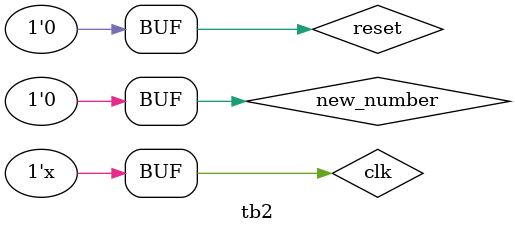
<source format=v>
`timescale 1ns / 1ps


module tb2;

	// Inputs
	reg clk;
	reg new_number;
	reg reset;

	// Outputs
	wire flag;

	// Instantiate the Unit Under Test (UUT)
	interface uut (
		.clk(clk), 
		.new_number(new_number), 
		.reset(reset), 
		.flag(flag)
	);

	initial begin
		// Initialize Inputs
		clk = 0;
		new_number = 0;
		reset = 1;
		
		#300;
		new_number = 1;
		#300;
		new_number = 0;
		reset = 0;
		
		#2000;
		new_number = 1;
		#2000;
		new_number = 0;
		
		#3000;
		
		#20000;
		new_number = 1;
		#2000;
		new_number = 0;
		
		#3000;
		
		#20000;
		new_number = 1;
		#2000;
		new_number = 0;
		
		#3000;
		
		#20000;
		new_number = 1;
		#2000;
		new_number = 0;
		
		#3000;
		
		#20000;
		new_number = 1;
		#2000;
		new_number = 0;

		#3000;
		
		#20000;
		new_number = 1;
		#2000;
		new_number = 0;
		#3000;

		
		#20000;
		new_number = 1;
		#2000;
		new_number = 0;

		#3000;
		
		#20000;
		new_number = 1;
		#2000;
		new_number = 0;

		#3000;
		
		#20000;
		new_number = 1;
		#2000;
		new_number = 0;

		#3000;
		
		#20000;
		new_number = 1;
		#2000;
		new_number = 0;


		// Wait 100 ns for global reset to finish
		#100;
		
		
        
		// Add stimulus here

	end
	
	always #50 clk = ~clk;
      
	
      
endmodule


</source>
